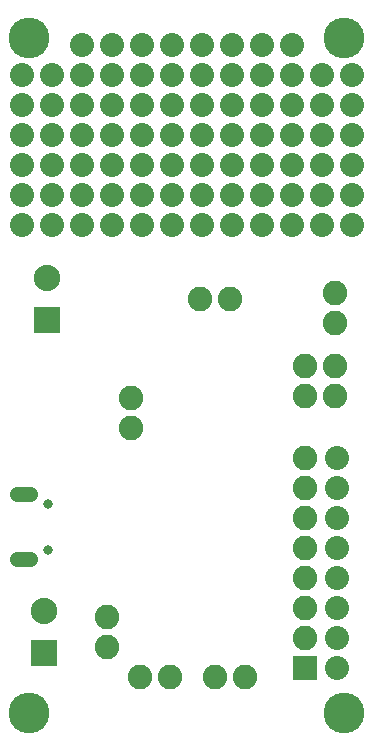
<source format=gbs>
G75*
%MOIN*%
%OFA0B0*%
%FSLAX25Y25*%
%IPPOS*%
%LPD*%
%AMOC8*
5,1,8,0,0,1.08239X$1,22.5*
%
%ADD10C,0.13600*%
%ADD11C,0.03162*%
%ADD12C,0.05131*%
%ADD13R,0.08800X0.08800*%
%ADD14C,0.08800*%
%ADD15C,0.08200*%
%ADD16R,0.08200X0.08200*%
%ADD17C,0.08000*%
D10*
X0017894Y0011300D03*
X0122894Y0011300D03*
X0122894Y0236300D03*
X0017894Y0236300D03*
D11*
X0024161Y0080977D03*
X0024161Y0065623D03*
D12*
X0018059Y0062375D02*
X0013728Y0062375D01*
X0013728Y0084225D02*
X0018059Y0084225D01*
D13*
X0022894Y0031300D03*
X0023894Y0142300D03*
D14*
X0023894Y0156080D03*
X0022894Y0045080D03*
D15*
X0043894Y0043300D03*
X0043894Y0033300D03*
X0054894Y0023300D03*
X0064894Y0023300D03*
X0079894Y0023300D03*
X0089894Y0023300D03*
X0109894Y0036300D03*
X0109894Y0046300D03*
X0109894Y0056300D03*
X0109894Y0066300D03*
X0109894Y0076300D03*
X0109894Y0086300D03*
X0109894Y0096300D03*
X0109894Y0116800D03*
X0109894Y0126800D03*
X0119894Y0126800D03*
X0119894Y0116800D03*
X0119894Y0141300D03*
X0119894Y0151300D03*
X0084894Y0149300D03*
X0074894Y0149300D03*
X0051894Y0116300D03*
X0051894Y0106300D03*
D16*
X0109894Y0026300D03*
D17*
X0120394Y0026300D03*
X0120394Y0036300D03*
X0120394Y0046300D03*
X0120394Y0056300D03*
X0120394Y0066300D03*
X0120394Y0076300D03*
X0120394Y0086300D03*
X0120394Y0096300D03*
X0125394Y0173800D03*
X0125394Y0183800D03*
X0125394Y0193800D03*
X0125394Y0203800D03*
X0125394Y0213800D03*
X0125394Y0223800D03*
X0115394Y0223800D03*
X0115394Y0213800D03*
X0115394Y0203800D03*
X0115394Y0193800D03*
X0115394Y0183800D03*
X0115394Y0173800D03*
X0105394Y0173800D03*
X0105394Y0183800D03*
X0105394Y0193800D03*
X0105394Y0203800D03*
X0105394Y0213800D03*
X0105394Y0223800D03*
X0105394Y0233800D03*
X0095394Y0233800D03*
X0095394Y0223800D03*
X0095394Y0213800D03*
X0095394Y0203800D03*
X0095394Y0193800D03*
X0095394Y0183800D03*
X0095394Y0173800D03*
X0085394Y0173800D03*
X0085394Y0183800D03*
X0085394Y0193800D03*
X0085394Y0203800D03*
X0085394Y0213800D03*
X0085394Y0223800D03*
X0085394Y0233800D03*
X0075394Y0233800D03*
X0075394Y0223800D03*
X0075394Y0213800D03*
X0075394Y0203800D03*
X0075394Y0193800D03*
X0075394Y0183800D03*
X0075394Y0173800D03*
X0065394Y0173800D03*
X0065394Y0183800D03*
X0065394Y0193800D03*
X0065394Y0203800D03*
X0065394Y0213800D03*
X0065394Y0223800D03*
X0065394Y0233800D03*
X0055394Y0233800D03*
X0055394Y0223800D03*
X0055394Y0213800D03*
X0055394Y0203800D03*
X0055394Y0193800D03*
X0055394Y0183800D03*
X0055394Y0173800D03*
X0045394Y0173800D03*
X0045394Y0183800D03*
X0045394Y0193800D03*
X0045394Y0203800D03*
X0045394Y0213800D03*
X0045394Y0223800D03*
X0045394Y0233800D03*
X0035394Y0233800D03*
X0035394Y0223800D03*
X0035394Y0213800D03*
X0035394Y0203800D03*
X0035394Y0193800D03*
X0035394Y0183800D03*
X0035394Y0173800D03*
X0025394Y0173800D03*
X0025394Y0183800D03*
X0025394Y0193800D03*
X0025394Y0203800D03*
X0025394Y0213800D03*
X0025394Y0223800D03*
X0015394Y0223800D03*
X0015394Y0213800D03*
X0015394Y0203800D03*
X0015394Y0193800D03*
X0015394Y0183800D03*
X0015394Y0173800D03*
M02*

</source>
